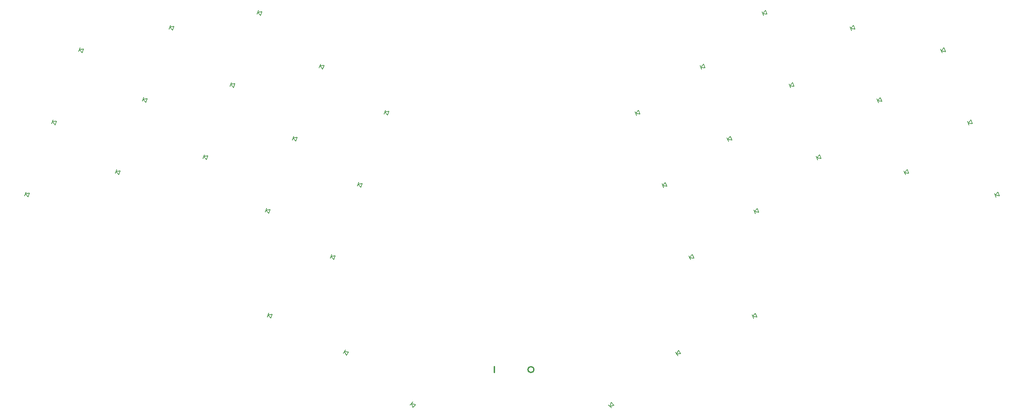
<source format=gbr>
%TF.GenerationSoftware,KiCad,Pcbnew,9.0.0*%
%TF.CreationDate,2025-08-07T18:41:01+03:00*%
%TF.ProjectId,keyatura,6b657961-7475-4726-912e-6b696361645f,rev?*%
%TF.SameCoordinates,Original*%
%TF.FileFunction,Legend,Bot*%
%TF.FilePolarity,Positive*%
%FSLAX46Y46*%
G04 Gerber Fmt 4.6, Leading zero omitted, Abs format (unit mm)*
G04 Created by KiCad (PCBNEW 9.0.0) date 2025-08-07 18:41:01*
%MOMM*%
%LPD*%
G01*
G04 APERTURE LIST*
%ADD10C,0.300000*%
%ADD11C,0.150000*%
G04 APERTURE END LIST*
D10*
%TO.C,BAT_KEY1*%
X150030400Y-134309600D02*
X150030400Y-135746440D01*
X159791220Y-135020800D02*
G75*
G02*
X158354380Y-135020800I-718420J0D01*
G01*
X158354380Y-135020800D02*
G75*
G02*
X159791220Y-135020800I718420J0D01*
G01*
D11*
%TO.C,D7*%
X93383944Y-96072036D02*
X93725964Y-95132344D01*
X93554954Y-95602190D02*
X94229667Y-96379854D01*
X93554954Y-95602190D02*
X94571687Y-95440162D01*
X94229667Y-96379854D02*
X94571687Y-95440162D01*
%TO.C,D14*%
X47225044Y-56340836D02*
X47567064Y-55401144D01*
X47396054Y-55870990D02*
X48070767Y-56648654D01*
X47396054Y-55870990D02*
X48412787Y-55708962D01*
X48070767Y-56648654D02*
X48412787Y-55708962D01*
%TO.C,D4*%
X33882144Y-92028036D02*
X34224164Y-91088344D01*
X34053154Y-91558190D02*
X34727867Y-92335854D01*
X34053154Y-91558190D02*
X35069887Y-91396162D01*
X34727867Y-92335854D02*
X35069887Y-91396162D01*
%TO.C,D13*%
X116130444Y-89630136D02*
X116472464Y-88690444D01*
X116301454Y-89160290D02*
X116976167Y-89937954D01*
X116301454Y-89160290D02*
X117318187Y-88998262D01*
X116976167Y-89937954D02*
X117318187Y-88998262D01*
%TO.C,D9*%
X40553544Y-74184436D02*
X40895564Y-73244744D01*
X40724554Y-73714590D02*
X41399267Y-74492254D01*
X40724554Y-73714590D02*
X41741287Y-73552562D01*
X41399267Y-74492254D02*
X41741287Y-73552562D01*
%TO.C,D23*%
X251678294Y-86822974D02*
X251319926Y-85889394D01*
X251499110Y-86356184D02*
X252518516Y-86500443D01*
X251499110Y-86356184D02*
X252160148Y-85566863D01*
X252518516Y-86500443D02*
X252160148Y-85566863D01*
%TO.C,D12*%
X100055444Y-78228436D02*
X100397464Y-77288744D01*
X100226454Y-77758590D02*
X100901167Y-78536254D01*
X100226454Y-77758590D02*
X101243187Y-77596562D01*
X100901167Y-78536254D02*
X101243187Y-77596562D01*
%TO.C,D3*%
X129220801Y-143767841D02*
X129915459Y-143048501D01*
X129568130Y-143408171D02*
X129868207Y-144393033D01*
X129568130Y-143408171D02*
X130562865Y-143673693D01*
X129868207Y-144393033D02*
X130562865Y-143673693D01*
%TO.C,D1*%
X93865744Y-121981636D02*
X94207764Y-121041944D01*
X94036754Y-121511790D02*
X94711467Y-122289454D01*
X94036754Y-121511790D02*
X95053487Y-121349762D01*
X94711467Y-122289454D02*
X95053487Y-121349762D01*
%TO.C,D15*%
X69638844Y-50788636D02*
X69980864Y-49848944D01*
X69809854Y-50318790D02*
X70484567Y-51096454D01*
X69809854Y-50318790D02*
X70826587Y-50156762D01*
X70484567Y-51096454D02*
X70826587Y-50156762D01*
%TO.C,D24*%
X229964894Y-83144274D02*
X229606526Y-82210694D01*
X229785710Y-82677484D02*
X230805116Y-82821743D01*
X229785710Y-82677484D02*
X230446748Y-81888163D01*
X230805116Y-82821743D02*
X230446748Y-81888163D01*
%TO.C,D10*%
X62967344Y-68632236D02*
X63309364Y-67692544D01*
X63138354Y-68162390D02*
X63813067Y-68940054D01*
X63138354Y-68162390D02*
X64155087Y-68000362D01*
X63813067Y-68940054D02*
X64155087Y-68000362D01*
%TO.C,D31*%
X191843794Y-89977274D02*
X191485426Y-89043694D01*
X191664610Y-89510484D02*
X192684016Y-89654743D01*
X191664610Y-89510484D02*
X192325648Y-88721163D01*
X192684016Y-89654743D02*
X192325648Y-88721163D01*
%TO.C,D6*%
X78009344Y-82797136D02*
X78351364Y-81857444D01*
X78180354Y-82327290D02*
X78855067Y-83104954D01*
X78180354Y-82327290D02*
X79197087Y-82165262D01*
X78855067Y-83104954D02*
X79197087Y-82165262D01*
%TO.C,D35*%
X201247394Y-60731974D02*
X200889026Y-59798394D01*
X201068210Y-60265184D02*
X202087616Y-60409443D01*
X201068210Y-60265184D02*
X201729248Y-59475863D01*
X202087616Y-60409443D02*
X201729248Y-59475863D01*
%TO.C,D33*%
X238335394Y-51135774D02*
X237977026Y-50202194D01*
X238156210Y-50668984D02*
X239175616Y-50813243D01*
X238156210Y-50668984D02*
X238817248Y-49879663D01*
X239175616Y-50813243D02*
X238817248Y-49879663D01*
%TO.C,D36*%
X185172294Y-72133674D02*
X184813926Y-71200094D01*
X184993110Y-71666884D02*
X186012516Y-71811143D01*
X184993110Y-71666884D02*
X185654148Y-70877563D01*
X186012516Y-71811143D02*
X185654148Y-70877563D01*
%TO.C,D16*%
X91352244Y-47109936D02*
X91694264Y-46170244D01*
X91523254Y-46640090D02*
X92197967Y-47417754D01*
X91523254Y-46640090D02*
X92539987Y-46478062D01*
X92197967Y-47417754D02*
X92539987Y-46478062D01*
%TO.C,D25*%
X214590294Y-96419174D02*
X214231926Y-95485594D01*
X214411110Y-95952384D02*
X215430516Y-96096643D01*
X214411110Y-95952384D02*
X215072148Y-95163063D01*
X215430516Y-96096643D02*
X215072148Y-95163063D01*
%TO.C,D21*%
X178974900Y-144462607D02*
X178267793Y-143755500D01*
X178621347Y-144109053D02*
X179611296Y-143826211D01*
X178621347Y-144109053D02*
X178904189Y-143119104D01*
X179611296Y-143826211D02*
X178904189Y-143119104D01*
%TO.C,D11*%
X84680744Y-64953536D02*
X85022764Y-64013844D01*
X84851754Y-64483690D02*
X85526467Y-65261354D01*
X84851754Y-64483690D02*
X85868487Y-64321662D01*
X85526467Y-65261354D02*
X85868487Y-64321662D01*
%TO.C,D34*%
X216621994Y-47457074D02*
X216263626Y-46523494D01*
X216442810Y-46990284D02*
X217462216Y-47134543D01*
X216442810Y-46990284D02*
X217103848Y-46200963D01*
X217462216Y-47134543D02*
X217103848Y-46200963D01*
%TO.C,D2*%
X112688216Y-131016764D02*
X113218136Y-130168716D01*
X112953176Y-130592740D02*
X113451460Y-131493692D01*
X112953176Y-130592740D02*
X113981379Y-130645644D01*
X113451460Y-131493692D02*
X113981379Y-130645644D01*
%TO.C,D28*%
X245006894Y-68979374D02*
X244648526Y-68045794D01*
X244827710Y-68512584D02*
X245847116Y-68656843D01*
X244827710Y-68512584D02*
X245488748Y-67723263D01*
X245847116Y-68656843D02*
X245488748Y-67723263D01*
%TO.C,D8*%
X109459044Y-107473736D02*
X109801064Y-106534044D01*
X109630054Y-107003890D02*
X110304767Y-107781554D01*
X109630054Y-107003890D02*
X110646787Y-106841862D01*
X110304767Y-107781554D02*
X110646787Y-106841862D01*
%TO.C,D20*%
X195378484Y-131549355D02*
X194833845Y-130710684D01*
X195106165Y-131130020D02*
X196133288Y-131059180D01*
X195106165Y-131130020D02*
X195588649Y-130220509D01*
X196133288Y-131059180D02*
X195588649Y-130220509D01*
%TO.C,D17*%
X106726844Y-60384836D02*
X107068864Y-59445144D01*
X106897854Y-59914990D02*
X107572567Y-60692654D01*
X106897854Y-59914990D02*
X107914587Y-59752962D01*
X107572567Y-60692654D02*
X107914587Y-59752962D01*
%TO.C,D29*%
X223293494Y-65300674D02*
X222935126Y-64367094D01*
X223114310Y-64833884D02*
X224133716Y-64978143D01*
X223114310Y-64833884D02*
X223775348Y-64044563D01*
X224133716Y-64978143D02*
X223775348Y-64044563D01*
%TO.C,D18*%
X122801944Y-71786536D02*
X123143964Y-70846844D01*
X122972954Y-71316690D02*
X123647667Y-72094354D01*
X122972954Y-71316690D02*
X123989687Y-71154662D01*
X123647667Y-72094354D02*
X123989687Y-71154662D01*
%TO.C,D22*%
X274092094Y-92375174D02*
X273733726Y-91441594D01*
X273912910Y-91908384D02*
X274932316Y-92052643D01*
X273912910Y-91908384D02*
X274573948Y-91119063D01*
X274932316Y-92052643D02*
X274573948Y-91119063D01*
%TO.C,D30*%
X207918794Y-78575574D02*
X207560426Y-77641994D01*
X207739610Y-78108784D02*
X208759016Y-78253043D01*
X207739610Y-78108784D02*
X208400648Y-77319463D01*
X208759016Y-78253043D02*
X208400648Y-77319463D01*
%TO.C,D5*%
X56295944Y-86475836D02*
X56637964Y-85536144D01*
X56466954Y-86005990D02*
X57141667Y-86783654D01*
X56466954Y-86005990D02*
X57483687Y-85843962D01*
X57141667Y-86783654D02*
X57483687Y-85843962D01*
%TO.C,D32*%
X260749194Y-56687974D02*
X260390826Y-55754394D01*
X260570010Y-56221184D02*
X261589416Y-56365443D01*
X260570010Y-56221184D02*
X261231048Y-55431863D01*
X261589416Y-56365443D02*
X261231048Y-55431863D01*
%TO.C,D27*%
X267420694Y-74531574D02*
X267062326Y-73597994D01*
X267241510Y-74064784D02*
X268260916Y-74209043D01*
X267241510Y-74064784D02*
X267902548Y-73275463D01*
X268260916Y-74209043D02*
X267902548Y-73275463D01*
%TO.C,D19*%
X214108494Y-122328774D02*
X213750126Y-121395194D01*
X213929310Y-121861984D02*
X214948716Y-122006243D01*
X213929310Y-121861984D02*
X214590348Y-121072663D01*
X214948716Y-122006243D02*
X214590348Y-121072663D01*
%TO.C,D26*%
X198515194Y-107820874D02*
X198156826Y-106887294D01*
X198336010Y-107354084D02*
X199355416Y-107498343D01*
X198336010Y-107354084D02*
X198997048Y-106564763D01*
X199355416Y-107498343D02*
X198997048Y-106564763D01*
%TD*%
M02*

</source>
